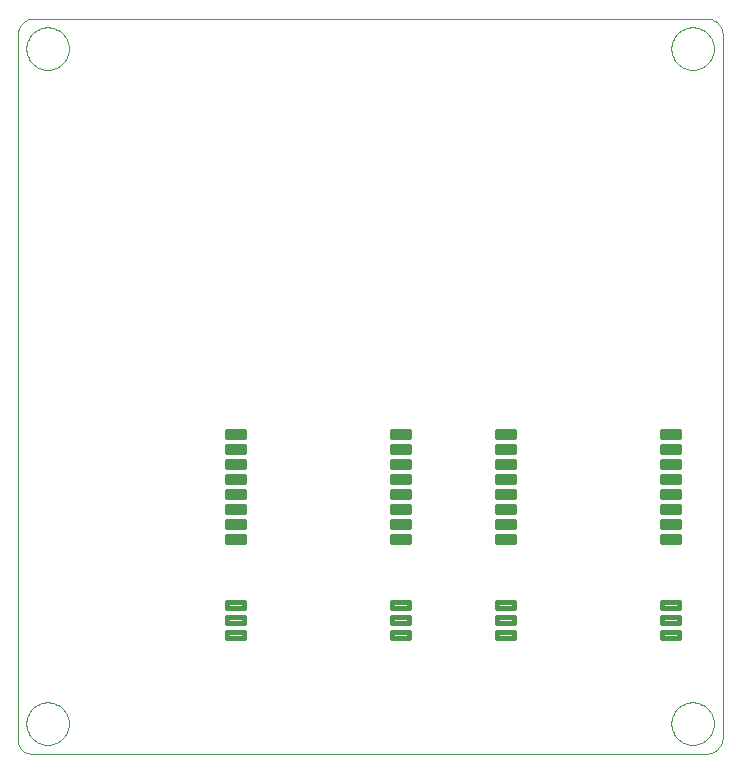
<source format=gtp>
G75*
G70*
%OFA0B0*%
%FSLAX24Y24*%
%IPPOS*%
%LPD*%
%AMOC8*
5,1,8,0,0,1.08239X$1,22.5*
%
%ADD10C,0.0000*%
%ADD11C,0.0177*%
D10*
X001631Y002180D02*
X024150Y002180D01*
X024194Y002182D01*
X024237Y002187D01*
X024280Y002196D01*
X024322Y002209D01*
X024363Y002225D01*
X024402Y002244D01*
X024440Y002266D01*
X024476Y002292D01*
X024509Y002320D01*
X024540Y002351D01*
X024568Y002384D01*
X024594Y002420D01*
X024616Y002458D01*
X024635Y002497D01*
X024651Y002538D01*
X024664Y002580D01*
X024673Y002623D01*
X024678Y002666D01*
X024680Y002710D01*
X024680Y026150D01*
X024678Y026194D01*
X024673Y026237D01*
X024664Y026280D01*
X024651Y026322D01*
X024635Y026363D01*
X024616Y026402D01*
X024594Y026440D01*
X024568Y026476D01*
X024540Y026509D01*
X024509Y026540D01*
X024476Y026568D01*
X024440Y026594D01*
X024402Y026616D01*
X024363Y026635D01*
X024322Y026651D01*
X024280Y026664D01*
X024237Y026673D01*
X024194Y026678D01*
X024150Y026680D01*
X001710Y026680D01*
X001666Y026678D01*
X001623Y026673D01*
X001580Y026664D01*
X001538Y026651D01*
X001497Y026635D01*
X001458Y026616D01*
X001420Y026594D01*
X001384Y026568D01*
X001351Y026540D01*
X001320Y026509D01*
X001292Y026476D01*
X001266Y026440D01*
X001244Y026402D01*
X001225Y026363D01*
X001209Y026322D01*
X001196Y026280D01*
X001187Y026237D01*
X001182Y026194D01*
X001180Y026150D01*
X001180Y002631D01*
X001182Y002589D01*
X001188Y002548D01*
X001197Y002508D01*
X001210Y002468D01*
X001227Y002430D01*
X001248Y002394D01*
X001271Y002359D01*
X001298Y002327D01*
X001327Y002298D01*
X001359Y002271D01*
X001394Y002248D01*
X001430Y002227D01*
X001468Y002210D01*
X001508Y002197D01*
X001548Y002188D01*
X001589Y002182D01*
X001631Y002180D01*
X001473Y003180D02*
X001475Y003233D01*
X001481Y003285D01*
X001491Y003337D01*
X001504Y003388D01*
X001522Y003438D01*
X001543Y003487D01*
X001568Y003534D01*
X001596Y003578D01*
X001627Y003621D01*
X001662Y003661D01*
X001699Y003698D01*
X001739Y003733D01*
X001782Y003764D01*
X001827Y003792D01*
X001873Y003817D01*
X001922Y003838D01*
X001972Y003856D01*
X002023Y003869D01*
X002075Y003879D01*
X002127Y003885D01*
X002180Y003887D01*
X002233Y003885D01*
X002285Y003879D01*
X002337Y003869D01*
X002388Y003856D01*
X002438Y003838D01*
X002487Y003817D01*
X002534Y003792D01*
X002578Y003764D01*
X002621Y003733D01*
X002661Y003698D01*
X002698Y003661D01*
X002733Y003621D01*
X002764Y003578D01*
X002792Y003533D01*
X002817Y003487D01*
X002838Y003438D01*
X002856Y003388D01*
X002869Y003337D01*
X002879Y003285D01*
X002885Y003233D01*
X002887Y003180D01*
X002885Y003127D01*
X002879Y003075D01*
X002869Y003023D01*
X002856Y002972D01*
X002838Y002922D01*
X002817Y002873D01*
X002792Y002826D01*
X002764Y002782D01*
X002733Y002739D01*
X002698Y002699D01*
X002661Y002662D01*
X002621Y002627D01*
X002578Y002596D01*
X002533Y002568D01*
X002487Y002543D01*
X002438Y002522D01*
X002388Y002504D01*
X002337Y002491D01*
X002285Y002481D01*
X002233Y002475D01*
X002180Y002473D01*
X002127Y002475D01*
X002075Y002481D01*
X002023Y002491D01*
X001972Y002504D01*
X001922Y002522D01*
X001873Y002543D01*
X001826Y002568D01*
X001782Y002596D01*
X001739Y002627D01*
X001699Y002662D01*
X001662Y002699D01*
X001627Y002739D01*
X001596Y002782D01*
X001568Y002827D01*
X001543Y002873D01*
X001522Y002922D01*
X001504Y002972D01*
X001491Y003023D01*
X001481Y003075D01*
X001475Y003127D01*
X001473Y003180D01*
X001473Y025680D02*
X001475Y025733D01*
X001481Y025785D01*
X001491Y025837D01*
X001504Y025888D01*
X001522Y025938D01*
X001543Y025987D01*
X001568Y026034D01*
X001596Y026078D01*
X001627Y026121D01*
X001662Y026161D01*
X001699Y026198D01*
X001739Y026233D01*
X001782Y026264D01*
X001827Y026292D01*
X001873Y026317D01*
X001922Y026338D01*
X001972Y026356D01*
X002023Y026369D01*
X002075Y026379D01*
X002127Y026385D01*
X002180Y026387D01*
X002233Y026385D01*
X002285Y026379D01*
X002337Y026369D01*
X002388Y026356D01*
X002438Y026338D01*
X002487Y026317D01*
X002534Y026292D01*
X002578Y026264D01*
X002621Y026233D01*
X002661Y026198D01*
X002698Y026161D01*
X002733Y026121D01*
X002764Y026078D01*
X002792Y026033D01*
X002817Y025987D01*
X002838Y025938D01*
X002856Y025888D01*
X002869Y025837D01*
X002879Y025785D01*
X002885Y025733D01*
X002887Y025680D01*
X002885Y025627D01*
X002879Y025575D01*
X002869Y025523D01*
X002856Y025472D01*
X002838Y025422D01*
X002817Y025373D01*
X002792Y025326D01*
X002764Y025282D01*
X002733Y025239D01*
X002698Y025199D01*
X002661Y025162D01*
X002621Y025127D01*
X002578Y025096D01*
X002533Y025068D01*
X002487Y025043D01*
X002438Y025022D01*
X002388Y025004D01*
X002337Y024991D01*
X002285Y024981D01*
X002233Y024975D01*
X002180Y024973D01*
X002127Y024975D01*
X002075Y024981D01*
X002023Y024991D01*
X001972Y025004D01*
X001922Y025022D01*
X001873Y025043D01*
X001826Y025068D01*
X001782Y025096D01*
X001739Y025127D01*
X001699Y025162D01*
X001662Y025199D01*
X001627Y025239D01*
X001596Y025282D01*
X001568Y025327D01*
X001543Y025373D01*
X001522Y025422D01*
X001504Y025472D01*
X001491Y025523D01*
X001481Y025575D01*
X001475Y025627D01*
X001473Y025680D01*
X022973Y025680D02*
X022975Y025733D01*
X022981Y025785D01*
X022991Y025837D01*
X023004Y025888D01*
X023022Y025938D01*
X023043Y025987D01*
X023068Y026034D01*
X023096Y026078D01*
X023127Y026121D01*
X023162Y026161D01*
X023199Y026198D01*
X023239Y026233D01*
X023282Y026264D01*
X023327Y026292D01*
X023373Y026317D01*
X023422Y026338D01*
X023472Y026356D01*
X023523Y026369D01*
X023575Y026379D01*
X023627Y026385D01*
X023680Y026387D01*
X023733Y026385D01*
X023785Y026379D01*
X023837Y026369D01*
X023888Y026356D01*
X023938Y026338D01*
X023987Y026317D01*
X024034Y026292D01*
X024078Y026264D01*
X024121Y026233D01*
X024161Y026198D01*
X024198Y026161D01*
X024233Y026121D01*
X024264Y026078D01*
X024292Y026033D01*
X024317Y025987D01*
X024338Y025938D01*
X024356Y025888D01*
X024369Y025837D01*
X024379Y025785D01*
X024385Y025733D01*
X024387Y025680D01*
X024385Y025627D01*
X024379Y025575D01*
X024369Y025523D01*
X024356Y025472D01*
X024338Y025422D01*
X024317Y025373D01*
X024292Y025326D01*
X024264Y025282D01*
X024233Y025239D01*
X024198Y025199D01*
X024161Y025162D01*
X024121Y025127D01*
X024078Y025096D01*
X024033Y025068D01*
X023987Y025043D01*
X023938Y025022D01*
X023888Y025004D01*
X023837Y024991D01*
X023785Y024981D01*
X023733Y024975D01*
X023680Y024973D01*
X023627Y024975D01*
X023575Y024981D01*
X023523Y024991D01*
X023472Y025004D01*
X023422Y025022D01*
X023373Y025043D01*
X023326Y025068D01*
X023282Y025096D01*
X023239Y025127D01*
X023199Y025162D01*
X023162Y025199D01*
X023127Y025239D01*
X023096Y025282D01*
X023068Y025327D01*
X023043Y025373D01*
X023022Y025422D01*
X023004Y025472D01*
X022991Y025523D01*
X022981Y025575D01*
X022975Y025627D01*
X022973Y025680D01*
X022973Y003180D02*
X022975Y003233D01*
X022981Y003285D01*
X022991Y003337D01*
X023004Y003388D01*
X023022Y003438D01*
X023043Y003487D01*
X023068Y003534D01*
X023096Y003578D01*
X023127Y003621D01*
X023162Y003661D01*
X023199Y003698D01*
X023239Y003733D01*
X023282Y003764D01*
X023327Y003792D01*
X023373Y003817D01*
X023422Y003838D01*
X023472Y003856D01*
X023523Y003869D01*
X023575Y003879D01*
X023627Y003885D01*
X023680Y003887D01*
X023733Y003885D01*
X023785Y003879D01*
X023837Y003869D01*
X023888Y003856D01*
X023938Y003838D01*
X023987Y003817D01*
X024034Y003792D01*
X024078Y003764D01*
X024121Y003733D01*
X024161Y003698D01*
X024198Y003661D01*
X024233Y003621D01*
X024264Y003578D01*
X024292Y003533D01*
X024317Y003487D01*
X024338Y003438D01*
X024356Y003388D01*
X024369Y003337D01*
X024379Y003285D01*
X024385Y003233D01*
X024387Y003180D01*
X024385Y003127D01*
X024379Y003075D01*
X024369Y003023D01*
X024356Y002972D01*
X024338Y002922D01*
X024317Y002873D01*
X024292Y002826D01*
X024264Y002782D01*
X024233Y002739D01*
X024198Y002699D01*
X024161Y002662D01*
X024121Y002627D01*
X024078Y002596D01*
X024033Y002568D01*
X023987Y002543D01*
X023938Y002522D01*
X023888Y002504D01*
X023837Y002491D01*
X023785Y002481D01*
X023733Y002475D01*
X023680Y002473D01*
X023627Y002475D01*
X023575Y002481D01*
X023523Y002491D01*
X023472Y002504D01*
X023422Y002522D01*
X023373Y002543D01*
X023326Y002568D01*
X023282Y002596D01*
X023239Y002627D01*
X023199Y002662D01*
X023162Y002699D01*
X023127Y002739D01*
X023096Y002782D01*
X023068Y002827D01*
X023043Y002873D01*
X023022Y002922D01*
X023004Y002972D01*
X022991Y003023D01*
X022981Y003075D01*
X022975Y003127D01*
X022973Y003180D01*
D11*
X023217Y006048D02*
X022643Y006048D01*
X022643Y006226D01*
X023217Y006226D01*
X023217Y006048D01*
X023217Y006224D02*
X022643Y006224D01*
X022643Y006548D02*
X023217Y006548D01*
X022643Y006548D02*
X022643Y006726D01*
X023217Y006726D01*
X023217Y006548D01*
X023217Y006724D02*
X022643Y006724D01*
X022643Y007048D02*
X023217Y007048D01*
X022643Y007048D02*
X022643Y007226D01*
X023217Y007226D01*
X023217Y007048D01*
X023217Y007224D02*
X022643Y007224D01*
X022643Y009241D02*
X023217Y009241D01*
X022643Y009241D02*
X022643Y009419D01*
X023217Y009419D01*
X023217Y009241D01*
X023217Y009417D02*
X022643Y009417D01*
X022643Y009741D02*
X023217Y009741D01*
X022643Y009741D02*
X022643Y009919D01*
X023217Y009919D01*
X023217Y009741D01*
X023217Y009917D02*
X022643Y009917D01*
X022643Y010241D02*
X023217Y010241D01*
X022643Y010241D02*
X022643Y010419D01*
X023217Y010419D01*
X023217Y010241D01*
X023217Y010417D02*
X022643Y010417D01*
X022643Y010741D02*
X023217Y010741D01*
X022643Y010741D02*
X022643Y010919D01*
X023217Y010919D01*
X023217Y010741D01*
X023217Y010917D02*
X022643Y010917D01*
X022643Y011241D02*
X023217Y011241D01*
X022643Y011241D02*
X022643Y011419D01*
X023217Y011419D01*
X023217Y011241D01*
X023217Y011417D02*
X022643Y011417D01*
X022643Y011741D02*
X023217Y011741D01*
X022643Y011741D02*
X022643Y011919D01*
X023217Y011919D01*
X023217Y011741D01*
X023217Y011917D02*
X022643Y011917D01*
X022643Y012241D02*
X023217Y012241D01*
X022643Y012241D02*
X022643Y012419D01*
X023217Y012419D01*
X023217Y012241D01*
X023217Y012417D02*
X022643Y012417D01*
X022643Y012741D02*
X023217Y012741D01*
X022643Y012741D02*
X022643Y012919D01*
X023217Y012919D01*
X023217Y012741D01*
X023217Y012917D02*
X022643Y012917D01*
X017717Y012741D02*
X017143Y012741D01*
X017143Y012919D01*
X017717Y012919D01*
X017717Y012741D01*
X017717Y012917D02*
X017143Y012917D01*
X017143Y012241D02*
X017717Y012241D01*
X017143Y012241D02*
X017143Y012419D01*
X017717Y012419D01*
X017717Y012241D01*
X017717Y012417D02*
X017143Y012417D01*
X017143Y011741D02*
X017717Y011741D01*
X017143Y011741D02*
X017143Y011919D01*
X017717Y011919D01*
X017717Y011741D01*
X017717Y011917D02*
X017143Y011917D01*
X017143Y011241D02*
X017717Y011241D01*
X017143Y011241D02*
X017143Y011419D01*
X017717Y011419D01*
X017717Y011241D01*
X017717Y011417D02*
X017143Y011417D01*
X017143Y010741D02*
X017717Y010741D01*
X017143Y010741D02*
X017143Y010919D01*
X017717Y010919D01*
X017717Y010741D01*
X017717Y010917D02*
X017143Y010917D01*
X017143Y010241D02*
X017717Y010241D01*
X017143Y010241D02*
X017143Y010419D01*
X017717Y010419D01*
X017717Y010241D01*
X017717Y010417D02*
X017143Y010417D01*
X017143Y009741D02*
X017717Y009741D01*
X017143Y009741D02*
X017143Y009919D01*
X017717Y009919D01*
X017717Y009741D01*
X017717Y009917D02*
X017143Y009917D01*
X017143Y009241D02*
X017717Y009241D01*
X017143Y009241D02*
X017143Y009419D01*
X017717Y009419D01*
X017717Y009241D01*
X017717Y009417D02*
X017143Y009417D01*
X017143Y007048D02*
X017717Y007048D01*
X017143Y007048D02*
X017143Y007226D01*
X017717Y007226D01*
X017717Y007048D01*
X017717Y007224D02*
X017143Y007224D01*
X017143Y006548D02*
X017717Y006548D01*
X017143Y006548D02*
X017143Y006726D01*
X017717Y006726D01*
X017717Y006548D01*
X017717Y006724D02*
X017143Y006724D01*
X017143Y006048D02*
X017717Y006048D01*
X017143Y006048D02*
X017143Y006226D01*
X017717Y006226D01*
X017717Y006048D01*
X017717Y006224D02*
X017143Y006224D01*
X014217Y006048D02*
X013643Y006048D01*
X013643Y006226D01*
X014217Y006226D01*
X014217Y006048D01*
X014217Y006224D02*
X013643Y006224D01*
X013643Y006548D02*
X014217Y006548D01*
X013643Y006548D02*
X013643Y006726D01*
X014217Y006726D01*
X014217Y006548D01*
X014217Y006724D02*
X013643Y006724D01*
X013643Y007048D02*
X014217Y007048D01*
X013643Y007048D02*
X013643Y007226D01*
X014217Y007226D01*
X014217Y007048D01*
X014217Y007224D02*
X013643Y007224D01*
X013643Y009241D02*
X014217Y009241D01*
X013643Y009241D02*
X013643Y009419D01*
X014217Y009419D01*
X014217Y009241D01*
X014217Y009417D02*
X013643Y009417D01*
X013643Y009741D02*
X014217Y009741D01*
X013643Y009741D02*
X013643Y009919D01*
X014217Y009919D01*
X014217Y009741D01*
X014217Y009917D02*
X013643Y009917D01*
X013643Y010241D02*
X014217Y010241D01*
X013643Y010241D02*
X013643Y010419D01*
X014217Y010419D01*
X014217Y010241D01*
X014217Y010417D02*
X013643Y010417D01*
X013643Y010741D02*
X014217Y010741D01*
X013643Y010741D02*
X013643Y010919D01*
X014217Y010919D01*
X014217Y010741D01*
X014217Y010917D02*
X013643Y010917D01*
X013643Y011241D02*
X014217Y011241D01*
X013643Y011241D02*
X013643Y011419D01*
X014217Y011419D01*
X014217Y011241D01*
X014217Y011417D02*
X013643Y011417D01*
X013643Y011741D02*
X014217Y011741D01*
X013643Y011741D02*
X013643Y011919D01*
X014217Y011919D01*
X014217Y011741D01*
X014217Y011917D02*
X013643Y011917D01*
X013643Y012241D02*
X014217Y012241D01*
X013643Y012241D02*
X013643Y012419D01*
X014217Y012419D01*
X014217Y012241D01*
X014217Y012417D02*
X013643Y012417D01*
X013643Y012741D02*
X014217Y012741D01*
X013643Y012741D02*
X013643Y012919D01*
X014217Y012919D01*
X014217Y012741D01*
X014217Y012917D02*
X013643Y012917D01*
X008717Y012741D02*
X008143Y012741D01*
X008143Y012919D01*
X008717Y012919D01*
X008717Y012741D01*
X008717Y012917D02*
X008143Y012917D01*
X008143Y012241D02*
X008717Y012241D01*
X008143Y012241D02*
X008143Y012419D01*
X008717Y012419D01*
X008717Y012241D01*
X008717Y012417D02*
X008143Y012417D01*
X008143Y011741D02*
X008717Y011741D01*
X008143Y011741D02*
X008143Y011919D01*
X008717Y011919D01*
X008717Y011741D01*
X008717Y011917D02*
X008143Y011917D01*
X008143Y011241D02*
X008717Y011241D01*
X008143Y011241D02*
X008143Y011419D01*
X008717Y011419D01*
X008717Y011241D01*
X008717Y011417D02*
X008143Y011417D01*
X008143Y010741D02*
X008717Y010741D01*
X008143Y010741D02*
X008143Y010919D01*
X008717Y010919D01*
X008717Y010741D01*
X008717Y010917D02*
X008143Y010917D01*
X008143Y010241D02*
X008717Y010241D01*
X008143Y010241D02*
X008143Y010419D01*
X008717Y010419D01*
X008717Y010241D01*
X008717Y010417D02*
X008143Y010417D01*
X008143Y009741D02*
X008717Y009741D01*
X008143Y009741D02*
X008143Y009919D01*
X008717Y009919D01*
X008717Y009741D01*
X008717Y009917D02*
X008143Y009917D01*
X008143Y009241D02*
X008717Y009241D01*
X008143Y009241D02*
X008143Y009419D01*
X008717Y009419D01*
X008717Y009241D01*
X008717Y009417D02*
X008143Y009417D01*
X008143Y007048D02*
X008717Y007048D01*
X008143Y007048D02*
X008143Y007226D01*
X008717Y007226D01*
X008717Y007048D01*
X008717Y007224D02*
X008143Y007224D01*
X008143Y006548D02*
X008717Y006548D01*
X008143Y006548D02*
X008143Y006726D01*
X008717Y006726D01*
X008717Y006548D01*
X008717Y006724D02*
X008143Y006724D01*
X008143Y006048D02*
X008717Y006048D01*
X008143Y006048D02*
X008143Y006226D01*
X008717Y006226D01*
X008717Y006048D01*
X008717Y006224D02*
X008143Y006224D01*
M02*

</source>
